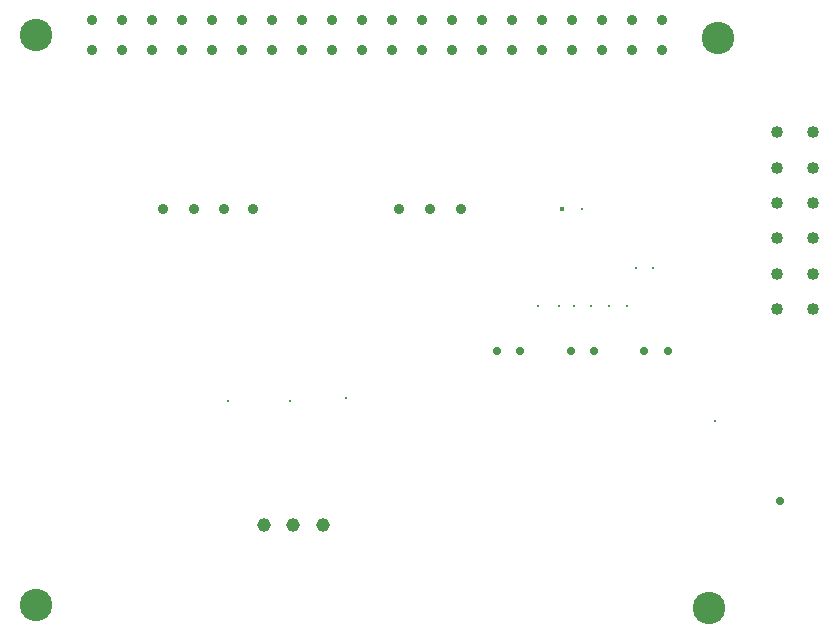
<source format=gbr>
%TF.GenerationSoftware,Altium Limited,Altium Designer,23.4.1 (23)*%
G04 Layer_Color=0*
%FSLAX45Y45*%
%MOMM*%
%TF.SameCoordinates,7AEF0BED-FCCA-4DCD-95BC-53F5E5A48FEA*%
%TF.FilePolarity,Positive*%
%TF.FileFunction,Plated,1,2,PTH,Drill*%
%TF.Part,Single*%
G01*
G75*
%TA.AperFunction,OtherDrill,Free Pad (91.25mm,56.75mm)*%
%ADD67C,2.75000*%
%TA.AperFunction,OtherDrill,Free Pad (34.25mm,57mm)*%
%ADD68C,2.75000*%
%TA.AperFunction,ComponentDrill*%
%ADD69C,0.70000*%
%ADD70C,0.90000*%
%TA.AperFunction,OtherDrill,Free Pad (34.25mm,105.25mm)*%
%ADD71C,2.75000*%
%TA.AperFunction,OtherDrill,Pad Free-20 (52.583mm,90.5mm)*%
%ADD72C,0.90000*%
%TA.AperFunction,ComponentDrill*%
%ADD73C,1.02000*%
%TA.AperFunction,OtherDrill,Pad Free-26 (70.25mm,90.5mm)*%
%ADD74C,0.90000*%
%TA.AperFunction,ComponentDrill*%
%ADD75C,1.15000*%
%TA.AperFunction,OtherDrill,Free Pad (92mm,105mm)*%
%ADD76C,2.75000*%
%TA.AperFunction,OtherDrill,Pad Free-21 (45mm,90.5mm)*%
%ADD77C,0.90000*%
%TA.AperFunction,OtherDrill,Pad Free-21 (50.167mm,90.5mm)*%
%ADD78C,0.90000*%
%TA.AperFunction,OtherDrill,Pad Free-20 (47.583mm,90.5mm)*%
%ADD79C,0.90000*%
%TA.AperFunction,OtherDrill,Pad Free-24 (65mm,90.5mm)*%
%ADD80C,0.90000*%
%TA.AperFunction,OtherDrill,Pad Free-25 (67.625mm,90.5mm)*%
%ADD81C,0.90000*%
%TA.AperFunction,ViaDrill,NotFilled*%
%ADD82C,0.30000*%
%ADD83C,0.40000*%
%ADD84C,0.71120*%
D67*
X9125001Y5675000D02*
D03*
D68*
X3424997Y5700004D02*
D03*
D69*
X8574999Y7844998D02*
D03*
X8774999D02*
D03*
X7950002Y7850002D02*
D03*
X8150001D02*
D03*
X7324999Y7845003D02*
D03*
X7524999D02*
D03*
D70*
X4661002Y10396002D02*
D03*
Y10650002D02*
D03*
X5169002Y10396002D02*
D03*
X5677002D02*
D03*
X6185002D02*
D03*
X6439002D02*
D03*
X6693002D02*
D03*
Y10650002D02*
D03*
X6947002D02*
D03*
X7455002D02*
D03*
X7963002D02*
D03*
X8471002D02*
D03*
X8725002Y10396002D02*
D03*
Y10650002D02*
D03*
X7963002Y10396002D02*
D03*
X8471002D02*
D03*
X5423002D02*
D03*
X8217002D02*
D03*
X5931002Y10650002D02*
D03*
X6439002D02*
D03*
X7455002Y10396002D02*
D03*
X5169002Y10650002D02*
D03*
X7709002D02*
D03*
X8217002D02*
D03*
X7201002D02*
D03*
Y10396002D02*
D03*
X6947002D02*
D03*
X6185002Y10650002D02*
D03*
X5931002Y10396002D02*
D03*
X5423002Y10650002D02*
D03*
X4915002D02*
D03*
Y10396002D02*
D03*
X4407002Y10650002D02*
D03*
Y10396002D02*
D03*
X4153002Y10650002D02*
D03*
Y10396002D02*
D03*
X3899002Y10650002D02*
D03*
Y10396002D02*
D03*
X7709002D02*
D03*
X5677002Y10650002D02*
D03*
D71*
X3425002Y10524998D02*
D03*
D72*
X5258333Y9050005D02*
D03*
D73*
X9700001Y8200004D02*
D03*
Y8500003D02*
D03*
Y8800003D02*
D03*
Y9100002D02*
D03*
Y9400002D02*
D03*
Y9700001D02*
D03*
X10000000Y8199999D02*
D03*
Y8499998D02*
D03*
Y8799998D02*
D03*
Y9700001D02*
D03*
Y9400002D02*
D03*
Y9100002D02*
D03*
D74*
X7025000Y9050005D02*
D03*
D75*
X5850001Y6374999D02*
D03*
X5349997D02*
D03*
X5599999D02*
D03*
D76*
X9200002Y10500004D02*
D03*
D77*
X4500001Y9050005D02*
D03*
D78*
X5016668D02*
D03*
D79*
X4758334D02*
D03*
D80*
X6500002D02*
D03*
D81*
X6762501D02*
D03*
D82*
X8650000Y8550000D02*
D03*
X8500000D02*
D03*
X8425000Y8225000D02*
D03*
X9175000Y7250000D02*
D03*
X6050000Y7450000D02*
D03*
X5575000Y7425000D02*
D03*
X5050000D02*
D03*
X7675000Y8225000D02*
D03*
X8050000Y9050000D02*
D03*
X8275000Y8225000D02*
D03*
X8125000D02*
D03*
X7975000D02*
D03*
X7850000D02*
D03*
D83*
X7875000Y9050000D02*
D03*
D84*
X9725000Y6574998D02*
D03*
%TF.MD5,1ae5aca86d3a8c69f9009f073c3229fe*%
M02*

</source>
